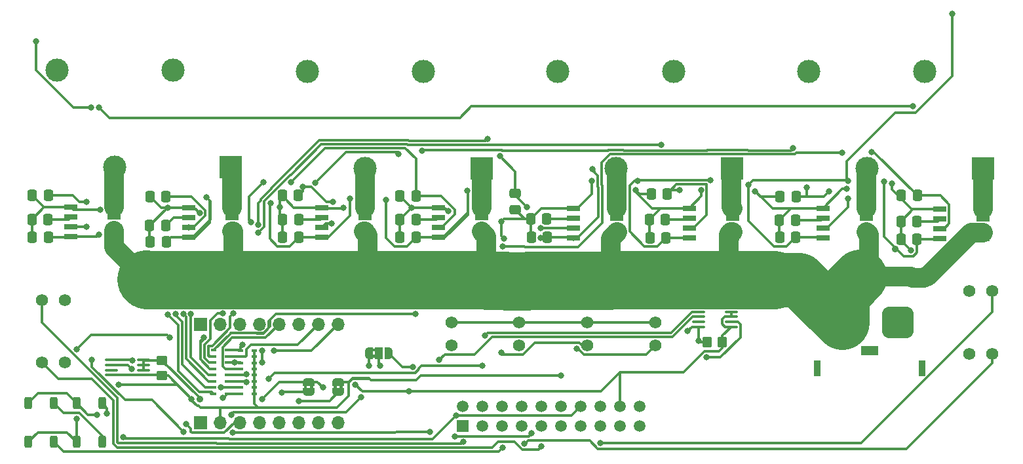
<source format=gbr>
%TF.GenerationSoftware,KiCad,Pcbnew,8.0.3*%
%TF.CreationDate,2025-06-04T12:12:44-07:00*%
%TF.ProjectId,Power_Distribution,506f7765-725f-4446-9973-747269627574,rev?*%
%TF.SameCoordinates,Original*%
%TF.FileFunction,Copper,L1,Top*%
%TF.FilePolarity,Positive*%
%FSLAX46Y46*%
G04 Gerber Fmt 4.6, Leading zero omitted, Abs format (unit mm)*
G04 Created by KiCad (PCBNEW 8.0.3) date 2025-06-04 12:12:44*
%MOMM*%
%LPD*%
G01*
G04 APERTURE LIST*
G04 Aperture macros list*
%AMRoundRect*
0 Rectangle with rounded corners*
0 $1 Rounding radius*
0 $2 $3 $4 $5 $6 $7 $8 $9 X,Y pos of 4 corners*
0 Add a 4 corners polygon primitive as box body*
4,1,4,$2,$3,$4,$5,$6,$7,$8,$9,$2,$3,0*
0 Add four circle primitives for the rounded corners*
1,1,$1+$1,$2,$3*
1,1,$1+$1,$4,$5*
1,1,$1+$1,$6,$7*
1,1,$1+$1,$8,$9*
0 Add four rect primitives between the rounded corners*
20,1,$1+$1,$2,$3,$4,$5,0*
20,1,$1+$1,$4,$5,$6,$7,0*
20,1,$1+$1,$6,$7,$8,$9,0*
20,1,$1+$1,$8,$9,$2,$3,0*%
%AMFreePoly0*
4,1,19,0.500000,-0.750000,0.000000,-0.750000,0.000000,-0.744911,-0.071157,-0.744911,-0.207708,-0.704816,-0.327430,-0.627875,-0.420627,-0.520320,-0.479746,-0.390866,-0.500000,-0.250000,-0.500000,0.250000,-0.479746,0.390866,-0.420627,0.520320,-0.327430,0.627875,-0.207708,0.704816,-0.071157,0.744911,0.000000,0.744911,0.000000,0.750000,0.500000,0.750000,0.500000,-0.750000,0.500000,-0.750000,
$1*%
%AMFreePoly1*
4,1,19,0.000000,0.744911,0.071157,0.744911,0.207708,0.704816,0.327430,0.627875,0.420627,0.520320,0.479746,0.390866,0.500000,0.250000,0.500000,-0.250000,0.479746,-0.390866,0.420627,-0.520320,0.327430,-0.627875,0.207708,-0.704816,0.071157,-0.744911,0.000000,-0.744911,0.000000,-0.750000,-0.500000,-0.750000,-0.500000,0.750000,0.000000,0.750000,0.000000,0.744911,0.000000,0.744911,
$1*%
%AMFreePoly2*
4,1,19,0.550000,-0.750000,0.000000,-0.750000,0.000000,-0.744911,-0.071157,-0.744911,-0.207708,-0.704816,-0.327430,-0.627875,-0.420627,-0.520320,-0.479746,-0.390866,-0.500000,-0.250000,-0.500000,0.250000,-0.479746,0.390866,-0.420627,0.520320,-0.327430,0.627875,-0.207708,0.704816,-0.071157,0.744911,0.000000,0.744911,0.000000,0.750000,0.550000,0.750000,0.550000,-0.750000,0.550000,-0.750000,
$1*%
%AMFreePoly3*
4,1,19,0.000000,0.744911,0.071157,0.744911,0.207708,0.704816,0.327430,0.627875,0.420627,0.520320,0.479746,0.390866,0.500000,0.250000,0.500000,-0.250000,0.479746,-0.390866,0.420627,-0.520320,0.327430,-0.627875,0.207708,-0.704816,0.071157,-0.744911,0.000000,-0.744911,0.000000,-0.750000,-0.550000,-0.750000,-0.550000,0.750000,0.000000,0.750000,0.000000,0.744911,0.000000,0.744911,
$1*%
G04 Aperture macros list end*
%TA.AperFunction,EtchedComponent*%
%ADD10C,0.000000*%
%TD*%
%TA.AperFunction,SMDPad,CuDef*%
%ADD11R,1.750000X0.650000*%
%TD*%
%TA.AperFunction,SMDPad,CuDef*%
%ADD12RoundRect,0.250000X0.337500X0.475000X-0.337500X0.475000X-0.337500X-0.475000X0.337500X-0.475000X0*%
%TD*%
%TA.AperFunction,SMDPad,CuDef*%
%ADD13RoundRect,0.250000X-0.450000X0.350000X-0.450000X-0.350000X0.450000X-0.350000X0.450000X0.350000X0*%
%TD*%
%TA.AperFunction,SMDPad,CuDef*%
%ADD14FreePoly0,90.000000*%
%TD*%
%TA.AperFunction,SMDPad,CuDef*%
%ADD15FreePoly1,90.000000*%
%TD*%
%TA.AperFunction,ComponentPad*%
%ADD16R,0.900000X2.000000*%
%TD*%
%TA.AperFunction,ComponentPad*%
%ADD17RoundRect,1.025000X1.025000X1.025000X-1.025000X1.025000X-1.025000X-1.025000X1.025000X-1.025000X0*%
%TD*%
%TA.AperFunction,ComponentPad*%
%ADD18C,4.100000*%
%TD*%
%TA.AperFunction,ComponentPad*%
%ADD19R,2.300000X1.300000*%
%TD*%
%TA.AperFunction,SMDPad,CuDef*%
%ADD20RoundRect,0.100000X-0.712500X-0.100000X0.712500X-0.100000X0.712500X0.100000X-0.712500X0.100000X0*%
%TD*%
%TA.AperFunction,ComponentPad*%
%ADD21R,3.000000X3.000000*%
%TD*%
%TA.AperFunction,ComponentPad*%
%ADD22C,3.000000*%
%TD*%
%TA.AperFunction,ComponentPad*%
%ADD23R,1.508000X1.508000*%
%TD*%
%TA.AperFunction,ComponentPad*%
%ADD24C,1.508000*%
%TD*%
%TA.AperFunction,SMDPad,CuDef*%
%ADD25RoundRect,0.250000X-0.475000X0.337500X-0.475000X-0.337500X0.475000X-0.337500X0.475000X0.337500X0*%
%TD*%
%TA.AperFunction,ComponentPad*%
%ADD26C,1.574800*%
%TD*%
%TA.AperFunction,SMDPad,CuDef*%
%ADD27RoundRect,0.250000X0.250000X-0.550000X0.250000X0.550000X-0.250000X0.550000X-0.250000X-0.550000X0*%
%TD*%
%TA.AperFunction,SMDPad,CuDef*%
%ADD28R,0.711200X0.457200*%
%TD*%
%TA.AperFunction,ComponentPad*%
%ADD29R,1.700000X1.700000*%
%TD*%
%TA.AperFunction,ComponentPad*%
%ADD30O,1.700000X1.700000*%
%TD*%
%TA.AperFunction,SMDPad,CuDef*%
%ADD31RoundRect,0.250000X0.350000X0.450000X-0.350000X0.450000X-0.350000X-0.450000X0.350000X-0.450000X0*%
%TD*%
%TA.AperFunction,SMDPad,CuDef*%
%ADD32FreePoly2,0.000000*%
%TD*%
%TA.AperFunction,SMDPad,CuDef*%
%ADD33R,1.000000X1.500000*%
%TD*%
%TA.AperFunction,SMDPad,CuDef*%
%ADD34FreePoly3,0.000000*%
%TD*%
%TA.AperFunction,ViaPad*%
%ADD35C,0.800000*%
%TD*%
%TA.AperFunction,ViaPad*%
%ADD36C,0.900000*%
%TD*%
%TA.AperFunction,Conductor*%
%ADD37C,0.304800*%
%TD*%
%TA.AperFunction,Conductor*%
%ADD38C,2.500000*%
%TD*%
%TA.AperFunction,Conductor*%
%ADD39C,7.500000*%
%TD*%
%TA.AperFunction,Conductor*%
%ADD40C,7.000000*%
%TD*%
G04 APERTURE END LIST*
D10*
%TA.AperFunction,EtchedComponent*%
%TO.C,JP2*%
G36*
X122890000Y-104020000D02*
G01*
X122490000Y-104020000D01*
X122490000Y-103520000D01*
X122890000Y-103520000D01*
X122890000Y-104020000D01*
G37*
%TD.AperFunction*%
%TA.AperFunction,EtchedComponent*%
G36*
X123690000Y-104020000D02*
G01*
X123290000Y-104020000D01*
X123290000Y-103520000D01*
X123690000Y-103520000D01*
X123690000Y-104020000D01*
G37*
%TD.AperFunction*%
%TA.AperFunction,EtchedComponent*%
%TO.C,JP1*%
G36*
X119060000Y-104000000D02*
G01*
X118660000Y-104000000D01*
X118660000Y-103500000D01*
X119060000Y-103500000D01*
X119060000Y-104000000D01*
G37*
%TD.AperFunction*%
%TA.AperFunction,EtchedComponent*%
G36*
X119860000Y-104000000D02*
G01*
X119460000Y-104000000D01*
X119460000Y-103500000D01*
X119860000Y-103500000D01*
X119860000Y-104000000D01*
G37*
%TD.AperFunction*%
%TA.AperFunction,EtchedComponent*%
%TO.C,JP3*%
G36*
X127950000Y-99180000D02*
G01*
X127450000Y-99180000D01*
X127450000Y-98780000D01*
X127950000Y-98780000D01*
X127950000Y-99180000D01*
G37*
%TD.AperFunction*%
%TA.AperFunction,EtchedComponent*%
G36*
X127950000Y-99980000D02*
G01*
X127450000Y-99980000D01*
X127450000Y-99580000D01*
X127950000Y-99580000D01*
X127950000Y-99980000D01*
G37*
%TD.AperFunction*%
%TD*%
D11*
%TO.P,IC5,1,IP+_1*%
%TO.N,+BATT*%
X141669200Y-84429600D03*
%TO.P,IC5,2,IP+_2*%
X141669200Y-83159600D03*
%TO.P,IC5,3,IP-_1*%
%TO.N,PWR5*%
X141669200Y-81889600D03*
%TO.P,IC5,4,IP-_2*%
X141669200Y-80619600D03*
%TO.P,IC5,5,GND*%
%TO.N,GND*%
X136069200Y-80619600D03*
%TO.P,IC5,6,FILTER*%
%TO.N,Net-(IC5-FILTER)*%
X136069200Y-81889600D03*
%TO.P,IC5,7,VIOUT*%
%TO.N,VIout5*%
X136069200Y-83159600D03*
%TO.P,IC5,8,VCC*%
%TO.N,5V*%
X136069200Y-84429600D03*
%TD*%
D12*
%TO.P,Cf1,1*%
%TO.N,Net-(IC1-FILTER)*%
X197887500Y-82346800D03*
%TO.P,Cf1,2*%
%TO.N,GND*%
X195812500Y-82346800D03*
%TD*%
D11*
%TO.P,IC7,1,IP+_1*%
%TO.N,+BATT*%
X109372400Y-84378800D03*
%TO.P,IC7,2,IP+_2*%
X109372400Y-83108800D03*
%TO.P,IC7,3,IP-_1*%
%TO.N,PWR7*%
X109372400Y-81838800D03*
%TO.P,IC7,4,IP-_2*%
X109372400Y-80568800D03*
%TO.P,IC7,5,GND*%
%TO.N,GND*%
X103772400Y-80568800D03*
%TO.P,IC7,6,FILTER*%
%TO.N,Net-(IC7-FILTER)*%
X103772400Y-81838800D03*
%TO.P,IC7,7,VIOUT*%
%TO.N,VIout7*%
X103772400Y-83108800D03*
%TO.P,IC7,8,VCC*%
%TO.N,5V*%
X103772400Y-84378800D03*
%TD*%
D13*
%TO.P,R1,1*%
%TO.N,+3.3V*%
X100320000Y-100310000D03*
%TO.P,R1,2*%
%TO.N,GND*%
X100320000Y-102310000D03*
%TD*%
D14*
%TO.P,JP2,1,A*%
%TO.N,COM*%
X123090000Y-104420000D03*
D15*
%TO.P,JP2,2,B*%
%TO.N,GND*%
X123090000Y-103120000D03*
%TD*%
D12*
%TO.P,Cf3,1*%
%TO.N,Net-(IC6-FILTER)*%
X117979100Y-82092800D03*
%TO.P,Cf3,2*%
%TO.N,GND*%
X115904100Y-82092800D03*
%TD*%
D16*
%TO.P,J4,*%
%TO.N,*%
X198520000Y-101380000D03*
X185020000Y-101380000D03*
D17*
%TO.P,J4,1,Pin_1*%
%TO.N,-BATT*%
X195370000Y-95380000D03*
D18*
%TO.P,J4,2,Pin_2*%
%TO.N,+BATT*%
X188170000Y-95380000D03*
D19*
%TO.P,J4,3*%
%TO.N,N/C*%
X191770000Y-99030000D03*
%TD*%
D12*
%TO.P,Cf8,1*%
%TO.N,Net-(IC8-FILTER)*%
X85619500Y-82092800D03*
%TO.P,Cf8,2*%
%TO.N,GND*%
X83544500Y-82092800D03*
%TD*%
D20*
%TO.P,U2,1,SDA*%
%TO.N,SDA*%
X169675000Y-94020000D03*
%TO.P,U2,2,SCL*%
%TO.N,SCL*%
X169675000Y-94670000D03*
%TO.P,U2,3,Alert*%
%TO.N,unconnected-(U2-Alert-Pad3)*%
X169675000Y-95320000D03*
%TO.P,U2,4,GND*%
%TO.N,GND*%
X169675000Y-95970000D03*
%TO.P,U2,5,A2*%
%TO.N,+3.3V*%
X173900000Y-95970000D03*
%TO.P,U2,6,A1*%
%TO.N,GND*%
X173900000Y-95320000D03*
%TO.P,U2,7,A0*%
%TO.N,+3.3V*%
X173900000Y-94670000D03*
%TO.P,U2,8,V_{DD}*%
X173900000Y-94020000D03*
%TD*%
D21*
%TO.P,J6,1,1*%
%TO.N,PWR1*%
X206396000Y-75492000D03*
D22*
%TO.P,J6,2,2*%
%TO.N,-BATT*%
X198896000Y-62992000D03*
%TO.P,J6,3,3*%
%TO.N,PWR2*%
X191396000Y-75492000D03*
%TO.P,J6,4,4*%
%TO.N,-BATT*%
X183896000Y-62992000D03*
%TD*%
D12*
%TO.P,Cb6,1*%
%TO.N,5V*%
X165447800Y-84480400D03*
%TO.P,Cb6,2*%
%TO.N,GND*%
X163372800Y-84480400D03*
%TD*%
D23*
%TO.P,J18,1,1*%
%TO.N,PWM0*%
X139190000Y-108750000D03*
D24*
%TO.P,J18,2,2*%
%TO.N,SCL*%
X139190000Y-106210000D03*
%TO.P,J18,3,3*%
%TO.N,PWM1*%
X141730000Y-108750000D03*
%TO.P,J18,4,4*%
%TO.N,SDA*%
X141730000Y-106210000D03*
%TO.P,J18,5,5*%
%TO.N,PWM2*%
X144270000Y-108750000D03*
%TO.P,J18,6,6*%
%TO.N,toNEO_CTRL_MOOD*%
X144270000Y-106210000D03*
%TO.P,J18,7,7*%
%TO.N,PWM3*%
X146810000Y-108750000D03*
%TO.P,J18,8,8*%
%TO.N,outNEO_CTRL_MOOD*%
X146810000Y-106210000D03*
%TO.P,J18,9,9*%
%TO.N,PWM4*%
X149350000Y-108750000D03*
%TO.P,J18,10,10*%
%TO.N,unconnected-(J18-Pad10)*%
X149350000Y-106210000D03*
%TO.P,J18,11,11*%
%TO.N,PWM5*%
X151890000Y-108750000D03*
%TO.P,J18,12,12*%
%TO.N,GND*%
X151890000Y-106210000D03*
%TO.P,J18,13,13*%
%TO.N,PWM6*%
X154430000Y-108750000D03*
%TO.P,J18,14,14*%
%TO.N,5V*%
X154430000Y-106210000D03*
%TO.P,J18,15,15*%
%TO.N,PWM7*%
X156970000Y-108750000D03*
%TO.P,J18,16,16*%
%TO.N,5V*%
X156970000Y-106210000D03*
%TO.P,J18,17,17*%
%TO.N,unconnected-(J18-Pad17)*%
X159510000Y-108750000D03*
%TO.P,J18,18,18*%
%TO.N,+3.3V*%
X159510000Y-106210000D03*
%TO.P,J18,19,19*%
%TO.N,unconnected-(J18-Pad19)*%
X162050000Y-108750000D03*
%TO.P,J18,20,20*%
%TO.N,GND*%
X162050000Y-106210000D03*
%TD*%
D12*
%TO.P,Cf11,1*%
%TO.N,VIout3*%
X165617500Y-78790000D03*
%TO.P,Cf11,2*%
%TO.N,GND*%
X163542500Y-78790000D03*
%TD*%
D25*
%TO.P,Cf12,1*%
%TO.N,VIout4*%
X146000000Y-78762500D03*
%TO.P,Cf12,2*%
%TO.N,GND*%
X146000000Y-80837500D03*
%TD*%
D12*
%TO.P,Cb2,1*%
%TO.N,5V*%
X182211800Y-84429600D03*
%TO.P,Cb2,2*%
%TO.N,GND*%
X180136800Y-84429600D03*
%TD*%
%TO.P,Cb1,1*%
%TO.N,5V*%
X197887500Y-84632800D03*
%TO.P,Cb1,2*%
%TO.N,GND*%
X195812500Y-84632800D03*
%TD*%
%TO.P,Cf7,1*%
%TO.N,Net-(IC4-FILTER)*%
X150033900Y-82042000D03*
%TO.P,Cf7,2*%
%TO.N,GND*%
X147958900Y-82042000D03*
%TD*%
D26*
%TO.P,J15,1,1*%
%TO.N,PWM6*%
X164060000Y-98389999D03*
%TO.P,J15,2,2*%
%TO.N,GND*%
X164060000Y-95390000D03*
%TD*%
D11*
%TO.P,IC6,1,IP+_1*%
%TO.N,+BATT*%
X126581600Y-84429600D03*
%TO.P,IC6,2,IP+_2*%
X126581600Y-83159600D03*
%TO.P,IC6,3,IP-_1*%
%TO.N,PWR6*%
X126581600Y-81889600D03*
%TO.P,IC6,4,IP-_2*%
X126581600Y-80619600D03*
%TO.P,IC6,5,GND*%
%TO.N,GND*%
X120981600Y-80619600D03*
%TO.P,IC6,6,FILTER*%
%TO.N,Net-(IC6-FILTER)*%
X120981600Y-81889600D03*
%TO.P,IC6,7,VIOUT*%
%TO.N,VIout6*%
X120981600Y-83159600D03*
%TO.P,IC6,8,VCC*%
%TO.N,5V*%
X120981600Y-84429600D03*
%TD*%
D26*
%TO.P,J10,1,1*%
%TO.N,PWM0*%
X84800000Y-92550000D03*
%TO.P,J10,2,2*%
%TO.N,GND*%
X87799999Y-92550000D03*
%TD*%
D11*
%TO.P,IC4,1,IP+_1*%
%TO.N,+BATT*%
X159054800Y-84480400D03*
%TO.P,IC4,2,IP+_2*%
X159054800Y-83210400D03*
%TO.P,IC4,3,IP-_1*%
%TO.N,PWR4*%
X159054800Y-81940400D03*
%TO.P,IC4,4,IP-_2*%
X159054800Y-80670400D03*
%TO.P,IC4,5,GND*%
%TO.N,GND*%
X153454800Y-80670400D03*
%TO.P,IC4,6,FILTER*%
%TO.N,Net-(IC4-FILTER)*%
X153454800Y-81940400D03*
%TO.P,IC4,7,VIOUT*%
%TO.N,VIout4*%
X153454800Y-83210400D03*
%TO.P,IC4,8,VCC*%
%TO.N,5V*%
X153454800Y-84480400D03*
%TD*%
D12*
%TO.P,Cb7,1*%
%TO.N,5V*%
X150135500Y-84378800D03*
%TO.P,Cb7,2*%
%TO.N,GND*%
X148060500Y-84378800D03*
%TD*%
D14*
%TO.P,JP1,1,A*%
%TO.N,REF*%
X119260000Y-104400000D03*
D15*
%TO.P,JP1,2,B*%
%TO.N,+3.3V*%
X119260000Y-103100000D03*
%TD*%
D12*
%TO.P,Cf14,1*%
%TO.N,VIout6*%
X117962500Y-79025000D03*
%TO.P,Cf14,2*%
%TO.N,GND*%
X115887500Y-79025000D03*
%TD*%
%TO.P,Cf2,1*%
%TO.N,Net-(IC2-FILTER)*%
X182190300Y-82194400D03*
%TO.P,Cf2,2*%
%TO.N,GND*%
X180115300Y-82194400D03*
%TD*%
D27*
%TO.P,LED1,1,VSS*%
%TO.N,GND*%
X83060000Y-110850000D03*
%TO.P,LED1,2,DIN*%
%TO.N,toNEO_CTRL_MOOD*%
X86360000Y-110850000D03*
%TO.P,LED1,3,VDD*%
%TO.N,5V*%
X83060000Y-105850000D03*
%TO.P,LED1,4,DOUT*%
%TO.N,Net-(LED1-DOUT)*%
X86360000Y-105850000D03*
%TD*%
D28*
%TO.P,R3,1*%
%TO.N,VIout1*%
X107012700Y-99001201D03*
%TO.P,R3,2*%
%TO.N,VIout2*%
X107012700Y-99801201D03*
%TO.P,R3,3*%
%TO.N,VIout3*%
X107012700Y-100601200D03*
%TO.P,R3,4*%
%TO.N,VIout4*%
X107012700Y-101401201D03*
%TO.P,R3,5*%
%TO.N,VIout5*%
X107012700Y-102201199D03*
%TO.P,R3,6*%
%TO.N,VIout6*%
X107012700Y-103001200D03*
%TO.P,R3,7*%
%TO.N,VIout7*%
X107012700Y-103801201D03*
%TO.P,R3,8*%
%TO.N,VIout8*%
X107012700Y-104601199D03*
%TO.P,R3,9*%
%TO.N,VIout8Div*%
X108816100Y-104601199D03*
%TO.P,R3,10*%
%TO.N,VIout7Div*%
X108816100Y-103801199D03*
%TO.P,R3,11*%
%TO.N,VIout6Div*%
X108816100Y-103001200D03*
%TO.P,R3,12*%
%TO.N,VIout5Div*%
X108816100Y-102201199D03*
%TO.P,R3,13*%
%TO.N,VIout4Div*%
X108816100Y-101401201D03*
%TO.P,R3,14*%
%TO.N,VIout3Div*%
X108816100Y-100601200D03*
%TO.P,R3,15*%
%TO.N,VIout2Div*%
X108816100Y-99801199D03*
%TO.P,R3,16*%
%TO.N,VIout1Div*%
X108816100Y-99001201D03*
%TD*%
D21*
%TO.P,J2,1,1*%
%TO.N,PWR5*%
X141612000Y-75492000D03*
D22*
%TO.P,J2,2,2*%
%TO.N,-BATT*%
X134112000Y-62992000D03*
%TO.P,J2,3,3*%
%TO.N,PWR6*%
X126612000Y-75492000D03*
%TO.P,J2,4,4*%
%TO.N,-BATT*%
X119112000Y-62992000D03*
%TD*%
D26*
%TO.P,J17,1,1*%
%TO.N,PWM7*%
X207619999Y-91380000D03*
%TO.P,J17,2,2*%
%TO.N,GND*%
X204620000Y-91380000D03*
%TD*%
D12*
%TO.P,Cf13,1*%
%TO.N,VIout5*%
X133137500Y-79075000D03*
%TO.P,Cf13,2*%
%TO.N,GND*%
X131062500Y-79075000D03*
%TD*%
D26*
%TO.P,J16,1,1*%
%TO.N,PWM3*%
X207619999Y-99510000D03*
%TO.P,J16,2,2*%
%TO.N,GND*%
X204620000Y-99510000D03*
%TD*%
D29*
%TO.P,J9,1,Pin_1*%
%TO.N,VIout8Div*%
X105290000Y-95632000D03*
D30*
%TO.P,J9,2,Pin_2*%
%TO.N,VIout7Div*%
X107830000Y-95632000D03*
%TO.P,J9,3,Pin_3*%
%TO.N,VIout6Div*%
X110370000Y-95632000D03*
%TO.P,J9,4,Pin_4*%
%TO.N,VIout5Div*%
X112910000Y-95632000D03*
%TO.P,J9,5,Pin_5*%
%TO.N,VIout4Div*%
X115450000Y-95632000D03*
%TO.P,J9,6,Pin_6*%
%TO.N,VIout3Div*%
X117990000Y-95632000D03*
%TO.P,J9,7,Pin_7*%
%TO.N,VIout2Div*%
X120530000Y-95632000D03*
%TO.P,J9,8,Pin_8*%
%TO.N,VIout1Div*%
X123070000Y-95632000D03*
%TD*%
D27*
%TO.P,LED2,1,VSS*%
%TO.N,GND*%
X89290000Y-110850000D03*
%TO.P,LED2,2,DIN*%
%TO.N,Net-(LED1-DOUT)*%
X92590000Y-110850000D03*
%TO.P,LED2,3,VDD*%
%TO.N,5V*%
X89290000Y-105850000D03*
%TO.P,LED2,4,DOUT*%
%TO.N,Net-(LED2-DOUT)*%
X92590000Y-105850000D03*
%TD*%
D12*
%TO.P,Cf10,1*%
%TO.N,VIout2*%
X182270000Y-79140000D03*
%TO.P,Cf10,2*%
%TO.N,GND*%
X180195000Y-79140000D03*
%TD*%
%TO.P,Cb8,1*%
%TO.N,5V*%
X85641000Y-84378800D03*
%TO.P,Cb8,2*%
%TO.N,GND*%
X83566000Y-84378800D03*
%TD*%
D20*
%TO.P,U1,1,SDA*%
%TO.N,SDA*%
X93767500Y-100260000D03*
%TO.P,U1,2,SCL*%
%TO.N,SCL*%
X93767500Y-100910000D03*
%TO.P,U1,3,Alert*%
%TO.N,unconnected-(U1-Alert-Pad3)*%
X93767500Y-101560000D03*
%TO.P,U1,4,GND*%
%TO.N,GND*%
X93767500Y-102210000D03*
%TO.P,U1,5,A2*%
X97992500Y-102210000D03*
%TO.P,U1,6,A1*%
%TO.N,+3.3V*%
X97992500Y-101560000D03*
%TO.P,U1,7,A0*%
X97992500Y-100910000D03*
%TO.P,U1,8,V_{DD}*%
X97992500Y-100260000D03*
%TD*%
D12*
%TO.P,Cb5,1*%
%TO.N,5V*%
X133139000Y-84378800D03*
%TO.P,Cb5,2*%
%TO.N,GND*%
X131064000Y-84378800D03*
%TD*%
D11*
%TO.P,IC2,1,IP+_1*%
%TO.N,+BATT*%
X191351600Y-84480400D03*
%TO.P,IC2,2,IP+_2*%
X191351600Y-83210400D03*
%TO.P,IC2,3,IP-_1*%
%TO.N,PWR2*%
X191351600Y-81940400D03*
%TO.P,IC2,4,IP-_2*%
X191351600Y-80670400D03*
%TO.P,IC2,5,GND*%
%TO.N,GND*%
X185751600Y-80670400D03*
%TO.P,IC2,6,FILTER*%
%TO.N,Net-(IC2-FILTER)*%
X185751600Y-81940400D03*
%TO.P,IC2,7,VIOUT*%
%TO.N,VIout2*%
X185751600Y-83210400D03*
%TO.P,IC2,8,VCC*%
%TO.N,5V*%
X185751600Y-84480400D03*
%TD*%
D12*
%TO.P,Cf4,1*%
%TO.N,Net-(IC7-FILTER)*%
X100808700Y-82905600D03*
%TO.P,Cf4,2*%
%TO.N,GND*%
X98733700Y-82905600D03*
%TD*%
%TO.P,Cf15,1*%
%TO.N,VIout7*%
X100837500Y-79125000D03*
%TO.P,Cf15,2*%
%TO.N,GND*%
X98762500Y-79125000D03*
%TD*%
D11*
%TO.P,IC1,1,IP+_1*%
%TO.N,+BATT*%
X206451200Y-84582000D03*
%TO.P,IC1,2,IP+_2*%
X206451200Y-83312000D03*
%TO.P,IC1,3,IP-_1*%
%TO.N,PWR1*%
X206451200Y-82042000D03*
%TO.P,IC1,4,IP-_2*%
X206451200Y-80772000D03*
%TO.P,IC1,5,GND*%
%TO.N,GND*%
X200851200Y-80772000D03*
%TO.P,IC1,6,FILTER*%
%TO.N,Net-(IC1-FILTER)*%
X200851200Y-82042000D03*
%TO.P,IC1,7,VIOUT*%
%TO.N,VIout1*%
X200851200Y-83312000D03*
%TO.P,IC1,8,VCC*%
%TO.N,5V*%
X200851200Y-84582000D03*
%TD*%
D12*
%TO.P,Cf16,1*%
%TO.N,VIout8*%
X85637500Y-79000000D03*
%TO.P,Cf16,2*%
%TO.N,GND*%
X83562500Y-79000000D03*
%TD*%
D26*
%TO.P,J14,1,1*%
%TO.N,PWM2*%
X155284400Y-98399999D03*
%TO.P,J14,2,2*%
%TO.N,GND*%
X155284400Y-95400000D03*
%TD*%
D21*
%TO.P,J1,1,1*%
%TO.N,PWR3*%
X173985600Y-75492000D03*
D22*
%TO.P,J1,2,2*%
%TO.N,-BATT*%
X166485600Y-62992000D03*
%TO.P,J1,3,3*%
%TO.N,PWR4*%
X158985600Y-75492000D03*
%TO.P,J1,4,4*%
%TO.N,-BATT*%
X151485600Y-62992000D03*
%TD*%
D26*
%TO.P,J11,1,1*%
%TO.N,PWM4*%
X84800000Y-100590000D03*
%TO.P,J11,2,2*%
%TO.N,GND*%
X87799999Y-100590000D03*
%TD*%
D31*
%TO.P,R2,1*%
%TO.N,+3.3V*%
X172750000Y-97980000D03*
%TO.P,R2,2*%
%TO.N,GND*%
X170750000Y-97980000D03*
%TD*%
D12*
%TO.P,Cf9,1*%
%TO.N,VIout1*%
X197920000Y-79000000D03*
%TO.P,Cf9,2*%
%TO.N,GND*%
X195845000Y-79000000D03*
%TD*%
D11*
%TO.P,IC8,1,IP+_1*%
%TO.N,+BATT*%
X94171200Y-84328000D03*
%TO.P,IC8,2,IP+_2*%
X94171200Y-83058000D03*
%TO.P,IC8,3,IP-_1*%
%TO.N,PWR8*%
X94171200Y-81788000D03*
%TO.P,IC8,4,IP-_2*%
X94171200Y-80518000D03*
%TO.P,IC8,5,GND*%
%TO.N,GND*%
X88571200Y-80518000D03*
%TO.P,IC8,6,FILTER*%
%TO.N,Net-(IC8-FILTER)*%
X88571200Y-81788000D03*
%TO.P,IC8,7,VIOUT*%
%TO.N,VIout8*%
X88571200Y-83058000D03*
%TO.P,IC8,8,VCC*%
%TO.N,5V*%
X88571200Y-84328000D03*
%TD*%
D12*
%TO.P,Cb3,1*%
%TO.N,5V*%
X117979100Y-84378800D03*
%TO.P,Cb3,2*%
%TO.N,GND*%
X115904100Y-84378800D03*
%TD*%
D32*
%TO.P,JP3,1,A*%
%TO.N,Net-(J3-Pin_1)*%
X127050000Y-99380000D03*
D33*
%TO.P,JP3,2,C*%
%TO.N,+3.3V*%
X128350000Y-99380000D03*
D34*
%TO.P,JP3,3,B*%
%TO.N,5V*%
X129650000Y-99380000D03*
%TD*%
D28*
%TO.P,R4,1*%
%TO.N,VIout1Div*%
X110464600Y-99022002D03*
%TO.P,R4,2*%
%TO.N,VIout2Div*%
X110464600Y-99822002D03*
%TO.P,R4,3*%
%TO.N,VIout3Div*%
X110464600Y-100622001D03*
%TO.P,R4,4*%
%TO.N,VIout4Div*%
X110464600Y-101422002D03*
%TO.P,R4,5*%
%TO.N,VIout5Div*%
X110464600Y-102222000D03*
%TO.P,R4,6*%
%TO.N,VIout6Div*%
X110464600Y-103022001D03*
%TO.P,R4,7*%
%TO.N,VIout7Div*%
X110464600Y-103822002D03*
%TO.P,R4,8*%
%TO.N,VIout8Div*%
X110464600Y-104622000D03*
%TO.P,R4,9*%
%TO.N,GND*%
X112268000Y-104622000D03*
%TO.P,R4,10*%
X112268000Y-103822000D03*
%TO.P,R4,11*%
X112268000Y-103022001D03*
%TO.P,R4,12*%
X112268000Y-102222000D03*
%TO.P,R4,13*%
X112268000Y-101422002D03*
%TO.P,R4,14*%
X112268000Y-100622001D03*
%TO.P,R4,15*%
X112268000Y-99822000D03*
%TO.P,R4,16*%
X112268000Y-99022002D03*
%TD*%
D11*
%TO.P,IC3,1,IP+_1*%
%TO.N,+BATT*%
X174040800Y-84480400D03*
%TO.P,IC3,2,IP+_2*%
X174040800Y-83210400D03*
%TO.P,IC3,3,IP-_1*%
%TO.N,PWR3*%
X174040800Y-81940400D03*
%TO.P,IC3,4,IP-_2*%
X174040800Y-80670400D03*
%TO.P,IC3,5,GND*%
%TO.N,GND*%
X168440800Y-80670400D03*
%TO.P,IC3,6,FILTER*%
%TO.N,Net-(IC3-FILTER)*%
X168440800Y-81940400D03*
%TO.P,IC3,7,VIOUT*%
%TO.N,VIout3*%
X168440800Y-83210400D03*
%TO.P,IC3,8,VCC*%
%TO.N,5V*%
X168440800Y-84480400D03*
%TD*%
D12*
%TO.P,Cb4,1*%
%TO.N,5V*%
X100881000Y-85039200D03*
%TO.P,Cb4,2*%
%TO.N,GND*%
X98806000Y-85039200D03*
%TD*%
%TO.P,Cf5,1*%
%TO.N,Net-(IC5-FILTER)*%
X133139000Y-82143600D03*
%TO.P,Cf5,2*%
%TO.N,GND*%
X131064000Y-82143600D03*
%TD*%
D26*
%TO.P,J13,1,1*%
%TO.N,PWM5*%
X146508800Y-98399999D03*
%TO.P,J13,2,2*%
%TO.N,GND*%
X146508800Y-95400000D03*
%TD*%
%TO.P,J12,1,1*%
%TO.N,PWM1*%
X137733200Y-98399999D03*
%TO.P,J12,2,2*%
%TO.N,GND*%
X137733200Y-95400000D03*
%TD*%
D21*
%TO.P,J7,1,1*%
%TO.N,PWR7*%
X109252400Y-75339600D03*
D22*
%TO.P,J7,2,2*%
%TO.N,-BATT*%
X101752400Y-62839600D03*
%TO.P,J7,3,3*%
%TO.N,PWR8*%
X94252400Y-75339600D03*
%TO.P,J7,4,4*%
%TO.N,-BATT*%
X86752400Y-62839600D03*
%TD*%
D12*
%TO.P,Cf6,1*%
%TO.N,Net-(IC3-FILTER)*%
X165375500Y-82143600D03*
%TO.P,Cf6,2*%
%TO.N,GND*%
X163300500Y-82143600D03*
%TD*%
D29*
%TO.P,J3,1,Pin_1*%
%TO.N,Net-(J3-Pin_1)*%
X105290000Y-108332000D03*
D30*
%TO.P,J3,2,Pin_2*%
%TO.N,GND*%
X107830000Y-108332000D03*
%TO.P,J3,3,Pin_3*%
%TO.N,SCL*%
X110370000Y-108332000D03*
%TO.P,J3,4,Pin_4*%
%TO.N,SDA*%
X112910000Y-108332000D03*
%TO.P,J3,5,Pin_5*%
%TO.N,REF*%
X115450000Y-108332000D03*
%TO.P,J3,6,Pin_6*%
%TO.N,COM*%
X117990000Y-108332000D03*
%TO.P,J3,7,Pin_7*%
%TO.N,AD0*%
X120530000Y-108332000D03*
%TO.P,J3,8,Pin_8*%
%TO.N,AD1*%
X123070000Y-108332000D03*
%TD*%
D35*
%TO.N,GND*%
X169672000Y-97790000D03*
%TO.N,Net-(LED2-DOUT)*%
X93218000Y-107188000D03*
%TO.N,VIout8*%
X90594000Y-83058000D03*
%TO.N,GND*%
X197104000Y-86106000D03*
%TO.N,5V*%
X149248000Y-84521188D03*
%TO.N,VIout6*%
X122269010Y-82650398D03*
%TO.N,GND*%
X115570000Y-80518000D03*
%TO.N,VIout8Div*%
X108204000Y-105156000D03*
%TO.N,VIout4*%
X142420000Y-71734400D03*
%TO.N,VIout3*%
X112802043Y-83856538D03*
%TO.N,VIout5*%
X111822541Y-82457594D03*
%TO.N,VIout1Div*%
X110744000Y-98298000D03*
%TO.N,GND*%
X168230000Y-96520000D03*
X132588000Y-80619600D03*
X188767018Y-78182542D03*
X105218600Y-81276111D03*
X104143470Y-105305012D03*
X155873740Y-77121997D03*
X176977200Y-78497200D03*
X123802800Y-80578167D03*
X161515600Y-78296545D03*
X151890000Y-102280000D03*
X101070500Y-80568800D03*
X144510401Y-84557258D03*
X94780000Y-103480000D03*
X89360000Y-98900000D03*
X170006800Y-78328190D03*
X170720000Y-99917300D03*
X92334823Y-80830000D03*
X101356800Y-97372912D03*
X144160000Y-82390000D03*
X194606842Y-77481444D03*
X89300000Y-107880000D03*
X137305515Y-81039872D03*
%TO.N,5V*%
X138362100Y-107400567D03*
X114339633Y-80014633D03*
X129275000Y-79600000D03*
X95295964Y-110268000D03*
X161820000Y-77110000D03*
X91911132Y-107321132D03*
X106066146Y-79271341D03*
X188990365Y-77122626D03*
X193650000Y-77180000D03*
X139780000Y-78360000D03*
D36*
X195047404Y-85903266D03*
D35*
X155984400Y-75570034D03*
X171206565Y-77014831D03*
X202450000Y-55560000D03*
X92170000Y-84100000D03*
X132740000Y-101150000D03*
X100881000Y-85039200D03*
X124660000Y-79440000D03*
X176120000Y-77610000D03*
%TO.N,VIout1*%
X133110000Y-94310000D03*
X192010000Y-73360000D03*
X144360000Y-85560000D03*
X188210000Y-73460000D03*
%TO.N,VIout2*%
X186520000Y-78490000D03*
X120140000Y-77380000D03*
X183670000Y-77930000D03*
X133900000Y-73245600D03*
X181845027Y-72910896D03*
X130930000Y-73650400D03*
X189010000Y-79420000D03*
X109560000Y-94250000D03*
%TO.N,VIout3*%
X108190627Y-94227558D03*
X167250000Y-78350000D03*
X164820000Y-72434400D03*
%TO.N,VIout4*%
X147463873Y-80504331D03*
X105719818Y-97327406D03*
X112750000Y-82840000D03*
X143979431Y-73932400D03*
X149255905Y-83244957D03*
%TO.N,VIout5*%
X117017133Y-77337133D03*
X113430000Y-77310000D03*
X104087072Y-94282302D03*
%TO.N,VIout6*%
X103084871Y-94327124D03*
X118540262Y-77925262D03*
X122400000Y-79825000D03*
%TO.N,VIout7*%
X103772400Y-83108800D03*
X102081700Y-94335124D03*
%TO.N,VIout8*%
X90600000Y-79800000D03*
X101080000Y-94390000D03*
%TO.N,SDA*%
X114086672Y-102675600D03*
X96480000Y-100340000D03*
X141730000Y-101020000D03*
X142080000Y-97080000D03*
%TO.N,COM*%
X118040000Y-105550000D03*
%TO.N,SCL*%
X96460000Y-101450000D03*
X136168312Y-100238800D03*
X103490000Y-108550000D03*
%TO.N,REF*%
X115845600Y-104513697D03*
%TO.N,PWM0*%
X139302040Y-110860400D03*
%TO.N,PWM4*%
X149390000Y-111440000D03*
%TO.N,PWM2*%
X144141043Y-99288999D03*
%TO.N,PWM6*%
X153942684Y-98794420D03*
%TO.N,PWM3*%
X147175586Y-111077895D03*
%TO.N,PWM7*%
X156980000Y-110990000D03*
%TO.N,+3.3V*%
X121125000Y-103825000D03*
D36*
X105196568Y-105319860D03*
D35*
X113252418Y-105294476D03*
X132260000Y-104325600D03*
X128500000Y-101020000D03*
X125311800Y-103431704D03*
%TO.N,Net-(J3-Pin_1)*%
X127080000Y-101020000D03*
X126040000Y-105090000D03*
X109275223Y-107368800D03*
%TO.N,VIout5Div*%
X113284000Y-100584000D03*
X111278290Y-102081710D03*
X113284000Y-99060000D03*
%TO.N,Net-(LED2-DOUT)*%
X197333052Y-67490000D03*
X92220000Y-67650000D03*
%TO.N,VIout7Div*%
X107968302Y-103766000D03*
%TO.N,VIout6Div*%
X111252000Y-103124000D03*
%TO.N,VIout1Div*%
X114808000Y-99060000D03*
%TO.N,VIout3Div*%
X109762890Y-100566310D03*
%TO.N,outNEO_CTRL_MOOD*%
X91240000Y-100250000D03*
X109435287Y-109647819D03*
X91192473Y-67608947D03*
X103120000Y-109530000D03*
X134924400Y-109534400D03*
X148110000Y-109720000D03*
X138210000Y-110180000D03*
X84080000Y-59070000D03*
%TO.N,toNEO_CTRL_MOOD*%
X144357360Y-111577815D03*
%TD*%
D37*
%TO.N,PWM0*%
X107388442Y-111023600D02*
X94666607Y-111023600D01*
X94666607Y-111023600D02*
X94540364Y-110897357D01*
%TO.N,outNEO_CTRL_MOOD*%
X109435287Y-109647819D02*
X130497817Y-109647819D01*
X130611236Y-109534400D02*
X134924400Y-109534400D01*
X130497817Y-109647819D02*
X130611236Y-109534400D01*
%TO.N,GND*%
X169675000Y-97787000D02*
X169868000Y-97980000D01*
X169868000Y-97980000D02*
X170750000Y-97980000D01*
X169675000Y-95970000D02*
X169675000Y-97787000D01*
X169675000Y-97787000D02*
X169672000Y-97790000D01*
%TO.N,Net-(LED2-DOUT)*%
X93218000Y-107188000D02*
X93218000Y-106478000D01*
X93218000Y-106478000D02*
X92590000Y-105850000D01*
%TO.N,VIout8*%
X90594000Y-83058000D02*
X88571200Y-83058000D01*
%TO.N,5V*%
X156235200Y-75820834D02*
X155984400Y-75570034D01*
X156628400Y-76442295D02*
X156235200Y-76049095D01*
X156715200Y-81770000D02*
X156715200Y-77933096D01*
%TO.N,VIout1*%
X157220000Y-82515200D02*
X157220000Y-77724000D01*
X157133200Y-74724710D02*
X157133200Y-77637200D01*
%TO.N,5V*%
X156715200Y-77933096D02*
X156628400Y-77846296D01*
X154004800Y-84480400D02*
X156715200Y-81770000D01*
%TO.N,VIout4*%
X147463873Y-80488873D02*
X147463873Y-80504331D01*
%TO.N,GND*%
X155873740Y-78801460D02*
X155873740Y-77121997D01*
%TO.N,5V*%
X156235200Y-76049095D02*
X156235200Y-75820834D01*
X156628400Y-77846296D02*
X156628400Y-76442295D01*
%TO.N,VIout4*%
X146000000Y-79025000D02*
X147463873Y-80488873D01*
%TO.N,GND*%
X154004800Y-80670400D02*
X155873740Y-78801460D01*
%TO.N,VIout1*%
X158218310Y-73639600D02*
X157133200Y-74724710D01*
X159752890Y-73639600D02*
X158218310Y-73639600D01*
X157133200Y-77637200D02*
X157220000Y-77724000D01*
%TO.N,VIout2*%
X181565923Y-73190000D02*
X181845027Y-72910896D01*
X176047095Y-73134800D02*
X176102295Y-73190000D01*
X144284475Y-73190000D02*
X157954014Y-73190000D01*
X160017185Y-73190000D02*
X170732904Y-73190000D01*
X170732904Y-73190000D02*
X170788104Y-73134800D01*
X170788104Y-73134800D02*
X176047095Y-73134800D01*
X159961986Y-73134800D02*
X160017185Y-73190000D01*
X144271275Y-73176800D02*
X144284475Y-73190000D01*
X157954014Y-73190000D02*
X158009214Y-73134800D01*
%TO.N,VIout1*%
X175838000Y-73639600D02*
X170997200Y-73639600D01*
%TO.N,VIout2*%
X158009214Y-73134800D02*
X159961986Y-73134800D01*
X133968800Y-73176800D02*
X144271275Y-73176800D01*
X176102295Y-73190000D02*
X181565923Y-73190000D01*
X133900000Y-73245600D02*
X133968800Y-73176800D01*
%TO.N,VIout1*%
X170942000Y-73694800D02*
X172133200Y-73694800D01*
X159808090Y-73694800D02*
X170942000Y-73694800D01*
X170997200Y-73639600D02*
X170942000Y-73694800D01*
%TO.N,5V*%
X193650000Y-84350000D02*
X193650000Y-77180000D01*
X197416980Y-86861600D02*
X196161600Y-86861600D01*
X196161600Y-86861600D02*
X193650000Y-84350000D01*
X197887500Y-86391080D02*
X197416980Y-86861600D01*
X197887500Y-84632800D02*
X197887500Y-86391080D01*
%TO.N,GND*%
X195812500Y-84814500D02*
X197104000Y-86106000D01*
%TO.N,5V*%
X149248000Y-84521188D02*
X149993112Y-84521188D01*
%TO.N,VIout6*%
X121490802Y-82650398D02*
X120981600Y-83159600D01*
X122269010Y-82650398D02*
X121490802Y-82650398D01*
%TO.N,GND*%
X115570000Y-80518000D02*
X115570000Y-81758700D01*
X115570000Y-80518000D02*
X115570000Y-79342500D01*
%TO.N,VIout4*%
X112750000Y-82840000D02*
X112750000Y-79970000D01*
X113069644Y-79502146D02*
X114442800Y-78128990D01*
X114442800Y-78084454D02*
X120642054Y-71885200D01*
X112750000Y-79970000D02*
X113069644Y-79650356D01*
X113069644Y-79650356D02*
X113069644Y-79502146D01*
X114442800Y-78128990D02*
X114442800Y-78084454D01*
X120642054Y-71885200D02*
X132169257Y-71885200D01*
X142169200Y-71985200D02*
X142420000Y-71734400D01*
X132169257Y-71885200D02*
X132269257Y-71985200D01*
X132269257Y-71985200D02*
X142169200Y-71985200D01*
%TO.N,outNEO_CTRL_MOOD*%
X84080000Y-62786890D02*
X88902057Y-67608947D01*
X88902057Y-67608947D02*
X91192473Y-67608947D01*
X84080000Y-59070000D02*
X84080000Y-62786890D01*
%TO.N,PWM0*%
X84800000Y-95411456D02*
X94540364Y-105151820D01*
%TO.N,PWM4*%
X94035564Y-105453356D02*
X94035564Y-111106454D01*
%TO.N,PWM0*%
X94540364Y-105151820D02*
X94540364Y-110897357D01*
%TO.N,5V*%
X135277245Y-110505019D02*
X109080223Y-110505019D01*
%TO.N,PWM0*%
X84800000Y-92550000D02*
X84800000Y-95411456D01*
X107388442Y-111023600D02*
X107476042Y-111111200D01*
%TO.N,5V*%
X95419564Y-110391600D02*
X95295964Y-110268000D01*
X109080223Y-110505019D02*
X108966804Y-110391600D01*
%TO.N,PWM4*%
X86911002Y-102701002D02*
X91283210Y-102701002D01*
%TO.N,5V*%
X108966804Y-110391600D02*
X95419564Y-110391600D01*
X138364264Y-107418000D02*
X135277245Y-110505019D01*
%TO.N,PWM4*%
X94035564Y-111106454D02*
X94545111Y-111616000D01*
%TO.N,PWM0*%
X107476042Y-111111200D02*
X139051240Y-111111200D01*
%TO.N,5V*%
X153222000Y-107418000D02*
X138364264Y-107418000D01*
%TO.N,outNEO_CTRL_MOOD*%
X91240000Y-100250000D02*
X91240000Y-101137560D01*
%TO.N,5V*%
X154430000Y-106210000D02*
X153222000Y-107418000D01*
%TO.N,PWM4*%
X91283210Y-102701002D02*
X94035564Y-105453356D01*
%TO.N,PWM0*%
X139051240Y-111111200D02*
X139302040Y-110860400D01*
%TO.N,outNEO_CTRL_MOOD*%
X95548449Y-105446009D02*
X99036009Y-105446009D01*
X91240000Y-101137560D02*
X95548449Y-105446009D01*
X99036009Y-105446009D02*
X103120000Y-109530000D01*
%TO.N,PWM4*%
X84800000Y-100590000D02*
X86911002Y-102701002D01*
%TO.N,+3.3V*%
X105196568Y-105319860D02*
X105196568Y-105186568D01*
X105196568Y-105186568D02*
X100320000Y-100310000D01*
%TO.N,GND*%
X101148458Y-102310000D02*
X104143470Y-105305012D01*
X105073397Y-106194557D02*
X104862396Y-106194557D01*
X104862396Y-106194557D02*
X104143470Y-105475631D01*
X105302840Y-106424000D02*
X105073397Y-106194557D01*
%TO.N,VIout8Div*%
X108287500Y-105129799D02*
X108261299Y-105156000D01*
%TO.N,GND*%
X102318458Y-103480000D02*
X104143470Y-105305012D01*
%TO.N,+3.3V*%
X100865945Y-100310000D02*
X100865945Y-100918525D01*
%TO.N,GND*%
X104143470Y-105475631D02*
X104143470Y-105305012D01*
X112730000Y-106407200D02*
X112713200Y-106424000D01*
X100320000Y-102310000D02*
X101148458Y-102310000D01*
X94780000Y-103480000D02*
X102318458Y-103480000D01*
%TO.N,VIout8Div*%
X108261299Y-105156000D02*
X108204000Y-105156000D01*
%TO.N,GND*%
X112713200Y-106424000D02*
X105302840Y-106424000D01*
%TO.N,VIout8*%
X101080000Y-94390000D02*
X101080000Y-94412800D01*
X101080000Y-94412800D02*
X102425200Y-95758000D01*
X102425200Y-95758000D02*
X102425200Y-101663200D01*
X106793702Y-104382201D02*
X107012700Y-104601199D01*
X102425200Y-101663200D02*
X105144201Y-104382201D01*
X105144201Y-104382201D02*
X106793702Y-104382201D01*
%TO.N,VIout7*%
X105881256Y-103801201D02*
X107012700Y-103801201D01*
X105881256Y-103801201D02*
X102930000Y-100849945D01*
X102930000Y-100849945D02*
X102930000Y-95310000D01*
X102930000Y-95310000D02*
X102081700Y-94461700D01*
X102081700Y-94461700D02*
X102081700Y-94335124D01*
%TO.N,VIout6*%
X103084871Y-94327124D02*
X103434800Y-94677053D01*
X103434800Y-94677053D02*
X103434800Y-100083700D01*
X103434800Y-100083700D02*
X106352300Y-103001200D01*
X106352300Y-103001200D02*
X107012700Y-103001200D01*
%TO.N,VIout5*%
X104087072Y-94282302D02*
X104087072Y-99935971D01*
X106352300Y-102201199D02*
X107012700Y-102201199D01*
X104087072Y-99935971D02*
X106352300Y-102201199D01*
%TO.N,VIout3*%
X116962843Y-76322843D02*
X120895686Y-72390000D01*
X113574444Y-79711242D02*
X114947600Y-78338086D01*
X114947600Y-78338086D02*
X114947600Y-78293550D01*
X114947600Y-78293550D02*
X116918307Y-76322843D01*
X116918307Y-76322843D02*
X116962843Y-76322843D01*
%TO.N,GND*%
X120981600Y-80619600D02*
X117377300Y-80619600D01*
X117377300Y-80619600D02*
X116291717Y-79534017D01*
%TO.N,VIout4*%
X107012700Y-101401201D02*
X106529305Y-101401201D01*
X106529305Y-101401201D02*
X105295100Y-100166996D01*
X105295100Y-100166996D02*
X105295100Y-97752124D01*
X105295100Y-97752124D02*
X105719818Y-97327406D01*
%TO.N,VIout2*%
X109560000Y-94250000D02*
X109167600Y-94642400D01*
X109167600Y-96064400D02*
X106811799Y-98420201D01*
X109167600Y-94642400D02*
X109167600Y-96064400D01*
X106811799Y-98420201D02*
X106615745Y-98420201D01*
%TO.N,VIout3*%
X106627600Y-95133949D02*
X107533991Y-94227558D01*
%TO.N,VIout5*%
X121385362Y-72894800D02*
X117017133Y-77263029D01*
%TO.N,5V*%
X115268066Y-85557800D02*
X114317366Y-84607100D01*
%TO.N,VIout4*%
X146000000Y-78762500D02*
X146000000Y-75952969D01*
%TO.N,VIout1*%
X159752890Y-73639600D02*
X159808090Y-73694800D01*
%TO.N,VIout4*%
X105719818Y-97598285D02*
X105719818Y-97327406D01*
%TO.N,VIout5*%
X131751065Y-72894800D02*
X121385362Y-72894800D01*
%TO.N,5V*%
X114317366Y-84607100D02*
X114317366Y-80036900D01*
%TO.N,VIout3*%
X120895686Y-72390000D02*
X131960161Y-72390000D01*
%TO.N,VIout5*%
X133137500Y-79075000D02*
X133137500Y-74281235D01*
%TO.N,VIout3*%
X113574444Y-83084137D02*
X113574444Y-79711242D01*
%TO.N,VIout5*%
X117017133Y-77263029D02*
X117017133Y-77337133D01*
%TO.N,VIout1*%
X147210000Y-85640000D02*
X154095200Y-85640000D01*
X154095200Y-85640000D02*
X157220000Y-82515200D01*
%TO.N,5V*%
X114317366Y-80036900D02*
X114339633Y-80014633D01*
%TO.N,VIout2*%
X120140000Y-77380000D02*
X124120400Y-73399600D01*
%TO.N,5V*%
X117979100Y-84378800D02*
X116800100Y-85557800D01*
X116800100Y-85557800D02*
X115268066Y-85557800D01*
%TO.N,VIout3*%
X131960161Y-72390000D02*
X132060161Y-72490000D01*
%TO.N,VIout2*%
X124120400Y-73399600D02*
X130679200Y-73399600D01*
X130679200Y-73399600D02*
X130930000Y-73650400D01*
%TO.N,VIout1*%
X144360000Y-85560000D02*
X147130000Y-85560000D01*
%TO.N,VIout3*%
X132060161Y-72490000D02*
X164764400Y-72490000D01*
%TO.N,VIout4*%
X146000000Y-75952969D02*
X143979431Y-73932400D01*
%TO.N,VIout5*%
X133137500Y-74281235D02*
X131751065Y-72894800D01*
%TO.N,VIout1*%
X172133200Y-73694800D02*
X172133200Y-73639600D01*
%TO.N,VIout3*%
X106627600Y-95133949D02*
X106627600Y-97488205D01*
%TO.N,VIout1*%
X175838000Y-73639600D02*
X175838000Y-73694800D01*
X182301275Y-73513200D02*
X188156800Y-73513200D01*
X175838000Y-73694800D02*
X181839096Y-73694800D01*
X181839096Y-73694800D02*
X181860696Y-73673200D01*
%TO.N,VIout3*%
X105799900Y-99957900D02*
X106443200Y-100601200D01*
X106443200Y-100601200D02*
X107012700Y-100601200D01*
%TO.N,VIout1*%
X182141275Y-73673200D02*
X182301275Y-73513200D01*
%TO.N,VIout3*%
X112802043Y-83856538D02*
X113574444Y-83084137D01*
%TO.N,VIout4*%
X105460000Y-97858103D02*
X105719818Y-97598285D01*
%TO.N,VIout1*%
X181860696Y-73673200D02*
X182141275Y-73673200D01*
X188156800Y-73513200D02*
X188210000Y-73460000D01*
%TO.N,VIout3*%
X164764400Y-72490000D02*
X164820000Y-72434400D01*
%TO.N,VIout1*%
X147130000Y-85560000D02*
X147210000Y-85640000D01*
%TO.N,VIout3*%
X108190627Y-94227558D02*
X107533991Y-94227558D01*
X106627600Y-97488205D02*
X105799900Y-98315905D01*
X105799900Y-98315905D02*
X105799900Y-99957900D01*
%TO.N,VIout2*%
X107012700Y-99801201D02*
X106523700Y-99801201D01*
X106523700Y-99801201D02*
X106304700Y-99582201D01*
X106304700Y-99582201D02*
X106304700Y-98525001D01*
X106304700Y-98525001D02*
X106357100Y-98472601D01*
%TO.N,VIout1*%
X107050590Y-99001201D02*
X109231901Y-96819890D01*
X109231901Y-96819890D02*
X109231901Y-96782000D01*
%TO.N,VIout5Div*%
X110464600Y-102222000D02*
X111138000Y-102222000D01*
X111138000Y-102222000D02*
X111278290Y-102081710D01*
%TO.N,VIout1Div*%
X110464600Y-99022002D02*
X110464600Y-98577400D01*
X110464600Y-98577400D02*
X110744000Y-98298000D01*
%TO.N,VIout2Div*%
X111239200Y-99707802D02*
X111125000Y-99822002D01*
X111798202Y-98307600D02*
X111239200Y-98866602D01*
X120530000Y-95632000D02*
X117854400Y-98307600D01*
X111239200Y-98866602D02*
X111239200Y-99707802D01*
X110464600Y-99822002D02*
X111125000Y-99822002D01*
X117854400Y-98307600D02*
X111798202Y-98307600D01*
%TO.N,VIout1Div*%
X123070000Y-95632000D02*
X119642000Y-99060000D01*
X119642000Y-99060000D02*
X114808000Y-99060000D01*
%TO.N,VIout1*%
X112522000Y-96782000D02*
X113438000Y-96782000D01*
X109231901Y-96782000D02*
X112522000Y-96782000D01*
X133110000Y-94310000D02*
X115071549Y-94310000D01*
X115071549Y-94310000D02*
X114127000Y-95254549D01*
X114127000Y-95254549D02*
X114127000Y-96115451D01*
X114127000Y-96115451D02*
X113408051Y-96834400D01*
X113408051Y-96834400D02*
X112574400Y-96834400D01*
X112574400Y-96834400D02*
X112522000Y-96782000D01*
%TO.N,GND*%
X124554924Y-103120000D02*
X124998820Y-102676104D01*
X197183264Y-80772000D02*
X194606842Y-78195578D01*
X174712499Y-95320000D02*
X175064900Y-95672401D01*
X155334999Y-95450599D02*
X163999401Y-95450599D01*
X131064000Y-82143600D02*
X131064000Y-84378800D01*
X149330500Y-80670400D02*
X153454800Y-80670400D01*
X181639300Y-80670400D02*
X185751600Y-80670400D01*
X133564936Y-102432800D02*
X133137736Y-102860000D01*
X85119300Y-80518000D02*
X83544500Y-82092800D01*
X122911552Y-106407200D02*
X112730000Y-106407200D01*
X107830000Y-106480000D02*
X107830000Y-108332000D01*
X181639300Y-80670400D02*
X179230406Y-80670400D01*
X101070500Y-80568800D02*
X98733700Y-82905600D01*
X89290000Y-110850000D02*
X89290000Y-107890000D01*
X93767500Y-102210000D02*
X97992500Y-102210000D01*
X172471550Y-99917300D02*
X170720000Y-99917300D01*
X195812500Y-82346800D02*
X197387300Y-80772000D01*
X146559399Y-95450599D02*
X155233801Y-95450599D01*
X147958900Y-82042000D02*
X144508000Y-82042000D01*
X136935643Y-80670000D02*
X137305515Y-81039872D01*
X88571200Y-80518000D02*
X88883200Y-80830000D01*
X179230406Y-80670400D02*
X177057206Y-78497200D01*
X177057206Y-78497200D02*
X176977200Y-78497200D01*
X163300500Y-82143600D02*
X163300500Y-84408100D01*
X137783799Y-95450599D02*
X146458201Y-95450599D01*
X124454600Y-104864152D02*
X122911552Y-106407200D01*
X123698767Y-80682200D02*
X123802800Y-80578167D01*
X84314000Y-109596000D02*
X88036000Y-109596000D01*
X121044200Y-80682200D02*
X123698767Y-80682200D01*
X124998820Y-102676104D02*
X127146104Y-102676104D01*
X136119600Y-80670000D02*
X136935643Y-80670000D01*
X144160000Y-84206857D02*
X144510401Y-84557258D01*
X127146104Y-102676104D02*
X127330000Y-102860000D01*
X127044504Y-102574504D02*
X124956736Y-102574504D01*
X112268000Y-99022002D02*
X112268000Y-105945200D01*
X164773700Y-80670400D02*
X163637162Y-80670400D01*
X163542500Y-78790000D02*
X162009055Y-78790000D01*
X133137736Y-102860000D02*
X127330000Y-102860000D01*
X180195000Y-79140000D02*
X177620000Y-79140000D01*
X100206300Y-80568800D02*
X101070500Y-80568800D01*
X170006800Y-79104400D02*
X170006800Y-78328190D01*
X97992500Y-102210000D02*
X100220000Y-102210000D01*
X161515600Y-78548838D02*
X161515600Y-78296545D01*
X83544500Y-82092800D02*
X83544500Y-84357300D01*
X83601300Y-79000000D02*
X85119300Y-80518000D01*
X169675000Y-95970000D02*
X168780000Y-95970000D01*
X194606842Y-78195578D02*
X194606842Y-77481444D01*
X89360000Y-98900000D02*
X91223567Y-97036433D01*
X147958900Y-82042000D02*
X149330500Y-80670400D01*
X91223567Y-97036433D02*
X101020321Y-97036433D01*
X175064900Y-95672401D02*
X175064900Y-97323950D01*
X112268000Y-105945200D02*
X112730000Y-106407200D01*
X98733700Y-82905600D02*
X98733700Y-84966900D01*
X151890000Y-102280000D02*
X133747736Y-102280000D01*
X89290000Y-107890000D02*
X89300000Y-107880000D01*
X83060000Y-110850000D02*
X84314000Y-109596000D01*
X101020321Y-97036433D02*
X101356800Y-97372912D01*
X185751600Y-80670400D02*
X188239458Y-78182542D01*
X88036000Y-109596000D02*
X89290000Y-110850000D01*
X132588000Y-80619600D02*
X131064000Y-82143600D01*
X104511289Y-80568800D02*
X105218600Y-81276111D01*
X177620000Y-79140000D02*
X176977200Y-78497200D01*
X180115300Y-82194400D02*
X180115300Y-84408100D01*
X133594936Y-102432800D02*
X133564936Y-102432800D01*
X103772400Y-80568800D02*
X104511289Y-80568800D01*
X88883200Y-80830000D02*
X92334823Y-80830000D01*
X163300500Y-82143600D02*
X164773700Y-80670400D01*
X136069200Y-80619600D02*
X132588000Y-80619600D01*
X180115300Y-82194400D02*
X181639300Y-80670400D01*
X164773700Y-80670400D02*
X168440800Y-80670400D01*
X147204500Y-82042000D02*
X146000000Y-80837500D01*
X98762500Y-79125000D02*
X100206300Y-80568800D01*
X88571200Y-80518000D02*
X85119300Y-80518000D01*
X188239458Y-78182542D02*
X188767018Y-78182542D01*
X147958900Y-82042000D02*
X147958900Y-84277200D01*
X195812500Y-82346800D02*
X195812500Y-84632800D01*
X103772400Y-80568800D02*
X101070500Y-80568800D01*
X124956736Y-102574504D02*
X124454600Y-103076640D01*
X173900000Y-95320000D02*
X174712499Y-95320000D01*
X162009055Y-78790000D02*
X161515600Y-78296545D01*
X127330000Y-102860000D02*
X127044504Y-102574504D01*
X168440800Y-80670400D02*
X170006800Y-79104400D01*
X133747736Y-102280000D02*
X133594936Y-102432800D01*
X144508000Y-82042000D02*
X144160000Y-82390000D01*
X131062500Y-79094100D02*
X132588000Y-80619600D01*
X124454600Y-103076640D02*
X124454600Y-104864152D01*
X197387300Y-80772000D02*
X197183264Y-80772000D01*
X175064900Y-97323950D02*
X172471550Y-99917300D01*
X197387300Y-80772000D02*
X200851200Y-80772000D01*
X163637162Y-80670400D02*
X161515600Y-78548838D01*
X147958900Y-82042000D02*
X147204500Y-82042000D01*
X144160000Y-82390000D02*
X144160000Y-84206857D01*
X123090000Y-103120000D02*
X124554924Y-103120000D01*
X115904100Y-82092800D02*
X115904100Y-84378800D01*
X168780000Y-95970000D02*
X168230000Y-96520000D01*
%TO.N,5V*%
X121819600Y-84429600D02*
X120981600Y-84429600D01*
X139830000Y-81218800D02*
X139830000Y-79580000D01*
X188990365Y-77122626D02*
X188940539Y-77072800D01*
X195058420Y-68344000D02*
X197686791Y-68344000D01*
X139830000Y-78410000D02*
X139780000Y-78360000D01*
X197887500Y-84632800D02*
X200800400Y-84632800D01*
X89290000Y-105850000D02*
X88036000Y-104596000D01*
X136069200Y-84429600D02*
X136907200Y-84429600D01*
X161915169Y-77014831D02*
X171206565Y-77014831D01*
X133139000Y-84378800D02*
X131960000Y-85557800D01*
X133139000Y-84378800D02*
X136018400Y-84378800D01*
X153128800Y-84378800D02*
X153454800Y-84704800D01*
X104322400Y-84378800D02*
X106552400Y-82148800D01*
X103772400Y-84378800D02*
X101541400Y-84378800D01*
X120981600Y-84429600D02*
X118029900Y-84429600D01*
X106475800Y-79680995D02*
X106475800Y-82513400D01*
X129275000Y-84475000D02*
X129275000Y-79600000D01*
X161360000Y-77110000D02*
X161820000Y-77110000D01*
X136907200Y-84429600D02*
X139830000Y-81506800D01*
X162637800Y-85557800D02*
X160750000Y-83670000D01*
X139830000Y-81506800D02*
X139830000Y-79580000D01*
X188783600Y-74618820D02*
X195058420Y-68344000D01*
X104610400Y-84378800D02*
X103772400Y-84378800D01*
X84314000Y-104596000D02*
X83060000Y-105850000D01*
X160750000Y-77720000D02*
X161360000Y-77110000D01*
X106552400Y-79757595D02*
X106066146Y-79271341D01*
X106066146Y-79271341D02*
X106475800Y-79680995D01*
X164370400Y-85557800D02*
X162637800Y-85557800D01*
X182211800Y-84429600D02*
X185700800Y-84429600D01*
X153454800Y-84704800D02*
X153454800Y-84480400D01*
X139830000Y-79580000D02*
X139830000Y-78410000D01*
X161820000Y-77110000D02*
X161915169Y-77014831D01*
X179408600Y-85608600D02*
X176120000Y-82320000D01*
X179408600Y-85608600D02*
X181032800Y-85608600D01*
X124660000Y-79440000D02*
X124660000Y-81589200D01*
X117979100Y-84378800D02*
X120930800Y-84378800D01*
X176657200Y-77072800D02*
X176120000Y-77610000D01*
X165447800Y-84480400D02*
X168440800Y-84480400D01*
X197686791Y-68344000D02*
X202450000Y-63580791D01*
X182211800Y-84429600D02*
X181032800Y-85608600D01*
X106552400Y-82148800D02*
X106552400Y-79757595D01*
X188940539Y-77072800D02*
X176657200Y-77072800D01*
X124660000Y-81589200D02*
X121819600Y-84429600D01*
X131420000Y-101150000D02*
X132740000Y-101150000D01*
X160750000Y-83670000D02*
X160750000Y-77720000D01*
X176120000Y-82320000D02*
X176120000Y-77610000D01*
X136069200Y-84429600D02*
X133189800Y-84429600D01*
X90761132Y-107321132D02*
X91911132Y-107321132D01*
X88036000Y-104596000D02*
X84314000Y-104596000D01*
X136619200Y-84429600D02*
X139830000Y-81218800D01*
X91942000Y-84328000D02*
X92170000Y-84100000D01*
X85641000Y-84378800D02*
X88520400Y-84378800D01*
X165447800Y-84480400D02*
X164370400Y-85557800D01*
X101541400Y-84378800D02*
X100881000Y-85039200D01*
X129650000Y-99380000D02*
X131420000Y-101150000D01*
X131960000Y-85557800D02*
X130357800Y-85557800D01*
X188990365Y-77122626D02*
X188783600Y-76915861D01*
X106475800Y-82513400D02*
X104610400Y-84378800D01*
X202450000Y-63580791D02*
X202450000Y-55560000D01*
X88571200Y-84328000D02*
X91942000Y-84328000D01*
X89290000Y-105850000D02*
X90761132Y-107321132D01*
X150135500Y-84378800D02*
X153128800Y-84378800D01*
X188783600Y-76915861D02*
X188783600Y-74618820D01*
X130357800Y-85557800D02*
X129275000Y-84475000D01*
%TO.N,Net-(IC1-FILTER)*%
X200546400Y-82346800D02*
X200851200Y-82042000D01*
X197887500Y-82346800D02*
X200546400Y-82346800D01*
%TO.N,Net-(IC2-FILTER)*%
X185497600Y-82194400D02*
X185751600Y-81940400D01*
X182190300Y-82194400D02*
X185497600Y-82194400D01*
%TO.N,Net-(IC6-FILTER)*%
X120778400Y-82092800D02*
X120981600Y-81889600D01*
X117979100Y-82092800D02*
X120778400Y-82092800D01*
%TO.N,Net-(IC7-FILTER)*%
X100808700Y-82905600D02*
X101875500Y-81838800D01*
X101875500Y-81838800D02*
X103772400Y-81838800D01*
%TO.N,Net-(IC5-FILTER)*%
X133139000Y-82143600D02*
X135815200Y-82143600D01*
X135815200Y-82143600D02*
X136069200Y-81889600D01*
%TO.N,Net-(IC3-FILTER)*%
X165375500Y-82143600D02*
X168237600Y-82143600D01*
X168237600Y-82143600D02*
X168440800Y-81940400D01*
%TO.N,Net-(IC4-FILTER)*%
X150033900Y-82042000D02*
X153353200Y-82042000D01*
%TO.N,Net-(IC8-FILTER)*%
X85619500Y-82092800D02*
X88266400Y-82092800D01*
X88266400Y-82092800D02*
X88571200Y-81788000D01*
D38*
%TO.N,PWR1*%
X206451200Y-80772000D02*
X206451200Y-75547200D01*
D37*
%TO.N,VIout1*%
X197920000Y-79000000D02*
X200879200Y-79000000D01*
X192280000Y-73360000D02*
X197920000Y-79000000D01*
X113438000Y-96782000D02*
X114300000Y-95920000D01*
X200879200Y-79000000D02*
X202026200Y-80147000D01*
X192010000Y-73360000D02*
X192280000Y-73360000D01*
X202026200Y-82667000D02*
X201381200Y-83312000D01*
X114300000Y-95920000D02*
X114300000Y-95155654D01*
X202026200Y-80147000D02*
X202026200Y-82667000D01*
D38*
%TO.N,+BATT*%
X126870000Y-89870000D02*
X126870000Y-84170000D01*
D39*
X142240000Y-89870000D02*
X126870000Y-89870000D01*
D38*
X173844600Y-83715400D02*
X174040800Y-83715400D01*
X197252379Y-89683200D02*
X197094179Y-89525000D01*
X109523477Y-89626523D02*
X109523477Y-83646523D01*
D39*
X109280000Y-89870000D02*
X98351434Y-89870000D01*
D38*
X126870000Y-84170000D02*
X126364600Y-83664600D01*
X94171200Y-83563000D02*
X94171200Y-85689766D01*
D39*
X142343399Y-89973399D02*
X142240000Y-89870000D01*
D38*
X109280000Y-89870000D02*
X109523477Y-89626523D01*
X158290000Y-84570000D02*
X159144600Y-83715400D01*
X197094179Y-89525000D02*
X190500000Y-89525000D01*
D39*
X173530000Y-89870000D02*
X158290000Y-89870000D01*
D38*
X158290000Y-89870000D02*
X158290000Y-84570000D01*
X109490754Y-83613800D02*
X109372400Y-83613800D01*
X190500000Y-89525000D02*
X188875000Y-89525000D01*
X109523477Y-83646523D02*
X109490754Y-83613800D01*
X159144600Y-83715400D02*
X159054800Y-83715400D01*
X94171200Y-85689766D02*
X98282943Y-89801509D01*
D39*
X144827130Y-90118800D02*
X144681729Y-89973399D01*
D40*
X182660000Y-89870000D02*
X179370000Y-89870000D01*
D39*
X179370000Y-89870000D02*
X173530000Y-89870000D01*
D38*
X126364600Y-83664600D02*
X126581600Y-83664600D01*
X206451200Y-83817000D02*
X204901399Y-83817000D01*
X198945821Y-89525000D02*
X198787621Y-89683200D01*
D39*
X98351434Y-89870000D02*
X98282943Y-89801509D01*
X144681729Y-89973399D02*
X142343399Y-89973399D01*
D40*
X190500000Y-89525000D02*
X188170000Y-91855000D01*
D39*
X147504990Y-90118800D02*
X144827130Y-90118800D01*
D38*
X199193399Y-89525000D02*
X198945821Y-89525000D01*
D40*
X188170000Y-91855000D02*
X188170000Y-95380000D01*
D38*
X198787621Y-89683200D02*
X197252379Y-89683200D01*
D39*
X126870000Y-89870000D02*
X109280000Y-89870000D01*
D38*
X204901399Y-83817000D02*
X199193399Y-89525000D01*
D39*
X158290000Y-89870000D02*
X158186601Y-89973399D01*
D38*
X141604600Y-83664600D02*
X141669200Y-83664600D01*
X173530000Y-89870000D02*
X173530000Y-84030000D01*
X173530000Y-84030000D02*
X173844600Y-83715400D01*
X142240000Y-84300000D02*
X141604600Y-83664600D01*
X191704600Y-86695400D02*
X191704600Y-84068400D01*
X191704600Y-84068400D02*
X191351600Y-83715400D01*
D39*
X158186601Y-89973399D02*
X147650391Y-89973399D01*
D38*
X188875000Y-89525000D02*
X191704600Y-86695400D01*
X142240000Y-89870000D02*
X142240000Y-84300000D01*
D39*
X147650391Y-89973399D02*
X147504990Y-90118800D01*
D40*
X188170000Y-95380000D02*
X182660000Y-89870000D01*
D38*
%TO.N,PWR2*%
X191351600Y-80670400D02*
X191351600Y-75536400D01*
D37*
%TO.N,VIout2*%
X183670000Y-79080000D02*
X183610000Y-79140000D01*
X189010000Y-80502000D02*
X186301600Y-83210400D01*
X183670000Y-77930000D02*
X183670000Y-79080000D01*
X189010000Y-79420000D02*
X189010000Y-80502000D01*
X106457100Y-99801201D02*
X106357100Y-99701201D01*
X106357100Y-98472601D02*
X106615745Y-98472601D01*
X182270000Y-79140000D02*
X183610000Y-79140000D01*
X107012700Y-99801201D02*
X106457100Y-99801201D01*
X185870000Y-79140000D02*
X186520000Y-78490000D01*
X183610000Y-79140000D02*
X185870000Y-79140000D01*
D38*
%TO.N,PWR3*%
X173866000Y-80495600D02*
X173866000Y-75722000D01*
X174040800Y-80670400D02*
X173866000Y-80495600D01*
D37*
%TO.N,VIout3*%
X168990800Y-83210400D02*
X170710000Y-81491200D01*
X166827500Y-77580000D02*
X165617500Y-78790000D01*
X170710000Y-81491200D02*
X170710000Y-77580000D01*
X167250000Y-78350000D02*
X166057500Y-78350000D01*
X170710000Y-77580000D02*
X166827500Y-77580000D01*
%TO.N,VIout4*%
X149290462Y-83210400D02*
X153454800Y-83210400D01*
X149255905Y-83244957D02*
X149290462Y-83210400D01*
D38*
%TO.N,PWR4*%
X159054800Y-80670400D02*
X159054800Y-75561200D01*
%TO.N,PWR5*%
X141683200Y-80605600D02*
X141683200Y-75563200D01*
X141669200Y-80619600D02*
X141683200Y-80605600D01*
D37*
%TO.N,VIout5*%
X111550000Y-79190000D02*
X111550000Y-82185053D01*
X111550000Y-82185053D02*
X111822541Y-82457594D01*
X113430000Y-77310000D02*
X111550000Y-79190000D01*
X138175000Y-81450000D02*
X136465400Y-83159600D01*
X136370474Y-79075000D02*
X138175000Y-80879526D01*
X138175000Y-80879526D02*
X138175000Y-81450000D01*
X133137500Y-79075000D02*
X136370474Y-79075000D01*
D38*
%TO.N,PWR6*%
X126581600Y-80619600D02*
X126581600Y-75522400D01*
D37*
%TO.N,VIout6*%
X119655431Y-77925262D02*
X118540262Y-77925262D01*
X118540262Y-78447238D02*
X118540262Y-77925262D01*
X122400000Y-79825000D02*
X121555169Y-79825000D01*
X121555169Y-79825000D02*
X119655431Y-77925262D01*
X117962500Y-79025000D02*
X118540262Y-78447238D01*
D38*
%TO.N,PWR7*%
X109372400Y-80568800D02*
X109372400Y-75459600D01*
D37*
%TO.N,VIout7*%
X104128600Y-79125000D02*
X105921800Y-80918200D01*
X100837500Y-79125000D02*
X104128600Y-79125000D01*
X105921800Y-80918200D02*
X105921800Y-81578200D01*
X105921800Y-81578200D02*
X104391200Y-83108800D01*
D38*
%TO.N,PWR8*%
X94171200Y-80518000D02*
X94171200Y-75420800D01*
D37*
%TO.N,VIout8*%
X88853200Y-79000000D02*
X89653200Y-79800000D01*
X89653200Y-79800000D02*
X90600000Y-79800000D01*
X107012700Y-104601199D02*
X106690884Y-104601199D01*
X85637500Y-79000000D02*
X88853200Y-79000000D01*
%TO.N,SDA*%
X93767500Y-100260000D02*
X96400000Y-100260000D01*
X142414601Y-96745399D02*
X142080000Y-97080000D01*
X141730000Y-101020000D02*
X133828580Y-101020000D01*
X168806044Y-94020000D02*
X166080645Y-96745399D01*
X133828580Y-101020000D02*
X133495600Y-101352980D01*
X169675000Y-94020000D02*
X168806044Y-94020000D01*
X133495600Y-101462980D02*
X133052980Y-101905600D01*
X114856672Y-101905600D02*
X114086672Y-102675600D01*
X133052980Y-101905600D02*
X114856672Y-101905600D01*
X96400000Y-100260000D02*
X96480000Y-100340000D01*
X166080645Y-96745399D02*
X142414601Y-96745399D01*
X133495600Y-101352980D02*
X133495600Y-101462980D01*
%TO.N,COM*%
X121960000Y-105550000D02*
X118040000Y-105550000D01*
X123090000Y-104420000D02*
X121960000Y-105550000D01*
%TO.N,SCL*%
X142985905Y-97250199D02*
X140696305Y-99539799D01*
X104087600Y-109147600D02*
X104087600Y-109534400D01*
X136867313Y-99539799D02*
X136168312Y-100238800D01*
X104186183Y-109632983D02*
X108381542Y-109632983D01*
X169675000Y-94670000D02*
X168869940Y-94670000D01*
X104087600Y-109534400D02*
X104186183Y-109632983D01*
X93767500Y-100910000D02*
X95920000Y-100910000D01*
X168869940Y-94670000D02*
X166289741Y-97250199D01*
X140696305Y-99539799D02*
X136867313Y-99539799D01*
X108381542Y-109632983D02*
X109682525Y-108332000D01*
X103490000Y-108550000D02*
X104087600Y-109147600D01*
X95920000Y-100910000D02*
X96460000Y-101450000D01*
X166289741Y-97250199D02*
X142985905Y-97250199D01*
%TO.N,REF*%
X119260000Y-104400000D02*
X115959297Y-104400000D01*
X115959297Y-104400000D02*
X115845600Y-104513697D01*
%TO.N,PWM4*%
X143770195Y-110822215D02*
X145851326Y-110822215D01*
X94545111Y-111616000D02*
X142976410Y-111616000D01*
X148996505Y-111833495D02*
X149390000Y-111440000D01*
X145851326Y-110822215D02*
X146862606Y-111833495D01*
X142976410Y-111616000D02*
X143770195Y-110822215D01*
X146862606Y-111833495D02*
X148996505Y-111833495D01*
%TO.N,PWM2*%
X148481900Y-98038820D02*
X146980921Y-99539799D01*
X146980921Y-99539799D02*
X144391843Y-99539799D01*
X154616843Y-98399999D02*
X154255664Y-98038820D01*
X144391843Y-99539799D02*
X144141043Y-99288999D01*
X155284400Y-98399999D02*
X154616843Y-98399999D01*
X154255664Y-98038820D02*
X148481900Y-98038820D01*
%TO.N,PWM6*%
X154812279Y-99539799D02*
X154066900Y-98794420D01*
X154066900Y-98794420D02*
X153942684Y-98794420D01*
X162910200Y-99539799D02*
X154812279Y-99539799D01*
X164060000Y-98389999D02*
X162910200Y-99539799D01*
%TO.N,PWM3*%
X207619999Y-100623551D02*
X196497950Y-111745600D01*
X196497950Y-111745600D02*
X156667020Y-111745600D01*
X207619999Y-99510000D02*
X207619999Y-100623551D01*
X155593917Y-110672497D02*
X147670927Y-110672497D01*
X156667020Y-111745600D02*
X155593917Y-110672497D01*
X147670927Y-110672497D02*
X147265529Y-111077895D01*
X147265529Y-111077895D02*
X147175586Y-111077895D01*
%TO.N,PWM7*%
X207619999Y-94050001D02*
X190680000Y-110990000D01*
X207619999Y-91380000D02*
X207619999Y-94050001D01*
X190680000Y-110990000D02*
X156980000Y-110990000D01*
%TO.N,+3.3V*%
X120400000Y-103100000D02*
X121125000Y-103825000D01*
X97992500Y-100910000D02*
X97992500Y-101560000D01*
X167684320Y-101884400D02*
X170407020Y-99161700D01*
X126205696Y-104325600D02*
X125311800Y-103431704D01*
X172268300Y-99161700D02*
X172750000Y-98680000D01*
X173094940Y-95970000D02*
X172735100Y-95610160D01*
X120400000Y-103100000D02*
X119737400Y-103100000D01*
X97992500Y-100260000D02*
X97992500Y-100910000D01*
X172735100Y-95610160D02*
X172735100Y-94994900D01*
X132260000Y-104325600D02*
X126205696Y-104325600D01*
X170407020Y-99161700D02*
X172268300Y-99161700D01*
X128350000Y-99380000D02*
X128350000Y-100870000D01*
X119260000Y-103100000D02*
X120400000Y-103100000D01*
X172750000Y-97980000D02*
X172750000Y-97120000D01*
X173060000Y-94670000D02*
X173900000Y-94670000D01*
X159510000Y-101884400D02*
X157068800Y-104325600D01*
X172750000Y-97120000D02*
X173900000Y-95970000D01*
X100320000Y-100310000D02*
X98042500Y-100310000D01*
X115446894Y-103100000D02*
X113252418Y-105294476D01*
X172750000Y-98680000D02*
X172750000Y-97980000D01*
X128350000Y-100870000D02*
X128500000Y-101020000D01*
X159510000Y-106210000D02*
X159510000Y-101884400D01*
X172735100Y-94994900D02*
X173060000Y-94670000D01*
X173900000Y-95970000D02*
X173094940Y-95970000D01*
X159510000Y-101884400D02*
X167684320Y-101884400D01*
X119260000Y-103100000D02*
X115446894Y-103100000D01*
X173900000Y-94670000D02*
X173900000Y-94020000D01*
X157068800Y-104325600D02*
X132260000Y-104325600D01*
%TO.N,Net-(J3-Pin_1)*%
X109592223Y-107051800D02*
X124078200Y-107051800D01*
X127080000Y-101020000D02*
X127080000Y-99410000D01*
X124078200Y-107051800D02*
X126040000Y-105090000D01*
X109592223Y-107051800D02*
X109275223Y-107368800D01*
%TO.N,VIout5Div*%
X108816100Y-102201199D02*
X110443799Y-102201199D01*
X113284000Y-100584000D02*
X113284000Y-99060000D01*
%TO.N,Net-(LED1-DOUT)*%
X87634400Y-107124400D02*
X89664400Y-107124400D01*
X86360000Y-105850000D02*
X87634400Y-107124400D01*
X89664400Y-107124400D02*
X92590000Y-110050000D01*
X92590000Y-110050000D02*
X92590000Y-110850000D01*
%TO.N,Net-(LED2-DOUT)*%
X138812980Y-69005600D02*
X140328580Y-67490000D01*
X93575600Y-69005600D02*
X138812980Y-69005600D01*
X140328580Y-67490000D02*
X197333052Y-67490000D01*
X92220000Y-67650000D02*
X93575600Y-69005600D01*
%TO.N,VIout7Div*%
X108816100Y-103801199D02*
X108003501Y-103801199D01*
X108816100Y-103801199D02*
X110443797Y-103801199D01*
X108003501Y-103801199D02*
X107968302Y-103766000D01*
%TO.N,VIout6Div*%
X110464600Y-103022001D02*
X111150001Y-103022001D01*
X108816100Y-103001200D02*
X110443799Y-103001200D01*
X111150001Y-103022001D02*
X111252000Y-103124000D01*
%TO.N,VIout2Div*%
X108816100Y-99801199D02*
X110443797Y-99801199D01*
%TO.N,VIout1Div*%
X108816100Y-99001201D02*
X110443799Y-99001201D01*
%TO.N,VIout8Div*%
X108816100Y-104601199D02*
X108287500Y-105129799D01*
X108816100Y-104601199D02*
X110443799Y-104601199D01*
%TO.N,VIout4Div*%
X108513201Y-101401201D02*
X108816100Y-101401201D01*
X109368887Y-97396800D02*
X113685200Y-97396800D01*
X108160500Y-101048500D02*
X108513201Y-101401201D01*
X108160500Y-98605187D02*
X108160500Y-101048500D01*
X108816100Y-101401201D02*
X110443799Y-101401201D01*
X109368887Y-97396800D02*
X108160500Y-98605187D01*
X113685200Y-97396800D02*
X115450000Y-95632000D01*
%TO.N,VIout3Div*%
X108816100Y-100601200D02*
X110443799Y-100601200D01*
%TO.N,outNEO_CTRL_MOOD*%
X138210000Y-110180000D02*
X138285200Y-110104800D01*
X138285200Y-110104800D02*
X147725200Y-110104800D01*
X147725200Y-110104800D02*
X148110000Y-109720000D01*
%TO.N,toNEO_CTRL_MOOD*%
X87630800Y-112120800D02*
X143814375Y-112120800D01*
X86360000Y-110850000D02*
X87630800Y-112120800D01*
X143814375Y-112120800D02*
X144357360Y-111577815D01*
%TD*%
M02*

</source>
